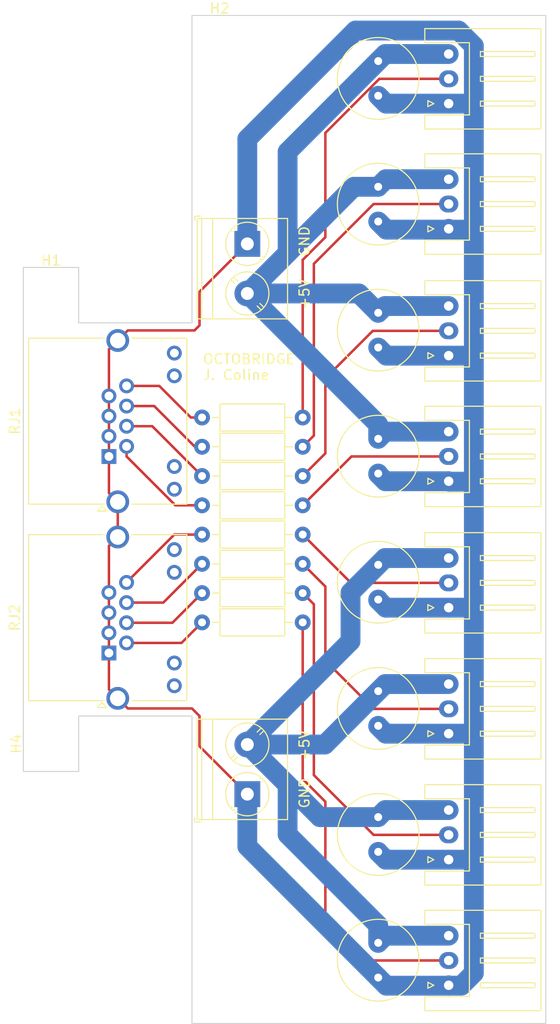
<source format=kicad_pcb>
(kicad_pcb (version 20221018) (generator pcbnew)
  (layers (0 "F.Cu" signal) (31 "B.Cu" signal) (34 "B.Paste" user) (35 "F.Paste" user) (36 "B.SilkS" user "B.Silkscreen") (37 "F.SilkS" user "F.Silkscreen") (38 "B.Mask" user) (39 "F.Mask" user) (44 "Edge.Cuts" user))
  (net 0 "")
  (net 1 "GND")
  (net 2 "Net-(STRIP1-Pin_2)")
  (net 3 "Net-(STRIP2-Pin_2)")
  (net 4 "Net-(STRIP3-Pin_2)")
  (net 5 "Net-(STRIP4-Pin_2)")
  (net 6 "Net-(STRIP5-Pin_2)")
  (net 7 "Net-(STRIP6-Pin_2)")
  (net 8 "Net-(STRIP7-Pin_2)")
  (net 9 "Net-(STRIP8-Pin_2)")
  (net 10 "Net-(R1-Pad2)")
  (net 11 "Net-(R2-Pad2)")
  (net 12 "Net-(R3-Pad2)")
  (net 13 "Net-(R4-Pad2)")
  (net 14 "Net-(R5-Pad2)")
  (net 15 "Net-(R6-Pad2)")
  (net 16 "Net-(R7-Pad2)")
  (net 17 "Net-(R8-Pad2)")
  (net 18 "Net-(Power1-Pin_2)")
  (net 19 "Net-(Power2-Pin_2)")
  (footprint "TerminalBlock_Phoenix:TerminalBlock_Phoenix_PT-1,5-2-5.0-H_1x02_P5.00mm_Horizontal" (layer "F.Cu") (at 77.216 124.206 -90)
    (fp_text reference "Power2" hide)
    (fp_text value "5V")
    (pad "1" thru_hole rect (at 5.08 0 270) (size 2.6 2.6) (drill 1.3) (layers "*.Cu" "*.Mask") (net 1 "GND"))
    (pad "2" thru_hole circle (at 0.08 0 270) (size 2.6 2.6) (drill 1.3) (layers "*.Cu" "*.Mask") (net 19 "Net-(Power2-Pin_2)"))
  )
  (footprint "Capacitor_THT:C_Radial_D8.0mm_H11.5mm_P3.50mm" (layer "F.Cu") (at 90.424 144.272 -90)
    (fp_text reference "C8" hide)
    (fp_text value "1000u")
    (pad "1" thru_hole circle (at 0 0 270) (size 1.6 1.6) (drill 0.8) (layers "*.Cu" "*.Mask") (net 19 "Net-(Power2-Pin_2)"))
    (pad "2" thru_hole circle (at 3.5 0 270) (size 1.6 1.6) (drill 0.8) (layers "*.Cu" "*.Mask") (net 1 "GND"))
  )
  (footprint "MountingHole:MountingHole_2.5mm" (layer "F.Cu") (at 74.422 53.594)
    (fp_text reference "H2" (at 0 -3.5) (layer "F.SilkS"))
    (fp_text value "MountingHole")
    (pad "" np_thru_hole circle (at 0 0) (size 2.5 2.5) (drill 2.5) (layers "*.Cu" "*.Mask"))
  )
  (footprint "MountingHole:MountingHole_2.5mm" (layer "F.Cu") (at 74.422 149.606 180)
    (fp_text reference "H3" hide)
    (fp_text value "MountingHole")
    (pad "" np_thru_hole circle (at 0 0 180) (size 2.5 2.5) (drill 2.5) (layers "*.Cu" "*.Mask"))
  )
  (footprint "Capacitor_THT:C_Radial_D8.0mm_H11.5mm_P3.50mm" (layer "F.Cu") (at 90.424 118.9 -90)
    (fp_text reference "C6" hide)
    (fp_text value "1000u")
    (pad "1" thru_hole circle (at 0 0 270) (size 1.6 1.6) (drill 0.8) (layers "*.Cu" "*.Mask") (net 19 "Net-(Power2-Pin_2)"))
    (pad "2" thru_hole circle (at 3.5 0 270) (size 1.6 1.6) (drill 0.8) (layers "*.Cu" "*.Mask") (net 1 "GND"))
  )
  (footprint "Resistor_THT:R_Axial_DIN0207_L6.3mm_D2.5mm_P10.16mm_Horizontal" (layer "F.Cu") (at 82.804 103.124 180)
    (fp_text reference "R5" hide)
    (fp_text value "100R" hide)
    (pad "1" thru_hole circle (at 0 0 180) (size 1.6 1.6) (drill 0.8) (layers "*.Cu" "*.Mask") (net 6 "Net-(STRIP5-Pin_2)"))
    (pad "2" thru_hole oval (at 10.16 0 180) (size 1.6 1.6) (drill 0.8) (layers "*.Cu" "*.Mask") (net 14 "Net-(R5-Pad2)"))
  )
  (footprint "Resistor_THT:R_Axial_DIN0207_L6.3mm_D2.5mm_P10.16mm_Horizontal" (layer "F.Cu") (at 82.804 106.074 180)
    (fp_text reference "R6" hide)
    (fp_text value "100R" hide)
    (pad "1" thru_hole circle (at 0 0 180) (size 1.6 1.6) (drill 0.8) (layers "*.Cu" "*.Mask") (net 7 "Net-(STRIP6-Pin_2)"))
    (pad "2" thru_hole oval (at 10.16 0 180) (size 1.6 1.6) (drill 0.8) (layers "*.Cu" "*.Mask") (net 15 "Net-(R6-Pad2)"))
  )
  (footprint "Connector_JST:JST_XH_S3B-XH-A_1x03_P2.50mm_Horizontal" (layer "F.Cu") (at 97.536 123.19 90)
    (fp_text reference "STRIP6" hide)
    (fp_text value "~")
    (pad "1" thru_hole roundrect (at 0 0 90) (size 1.7 1.95) (drill 0.95) (layers "*.Cu" "*.Mask") (roundrect_rratio 0.1470588235) (net 1 "GND"))
    (pad "2" thru_hole oval (at 2.5 0 90) (size 1.7 1.95) (drill 0.95) (layers "*.Cu" "*.Mask") (net 7 "Net-(STRIP6-Pin_2)"))
    (pad "3" thru_hole oval (at 5 0 90) (size 1.7 1.95) (drill 0.95) (layers "*.Cu" "*.Mask") (net 19 "Net-(Power2-Pin_2)"))
  )
  (footprint "Resistor_THT:R_Axial_DIN0207_L6.3mm_D2.5mm_P10.16mm_Horizontal" (layer "F.Cu") (at 82.804 94.274 180)
    (fp_text reference "R2" hide)
    (fp_text value "100R" hide)
    (pad "1" thru_hole circle (at 0 0 180) (size 1.6 1.6) (drill 0.8) (layers "*.Cu" "*.Mask") (net 3 "Net-(STRIP2-Pin_2)"))
    (pad "2" thru_hole oval (at 10.16 0 180) (size 1.6 1.6) (drill 0.8) (layers "*.Cu" "*.Mask") (net 11 "Net-(R2-Pad2)"))
  )
  (footprint "Resistor_THT:R_Axial_DIN0207_L6.3mm_D2.5mm_P10.16mm_Horizontal" (layer "F.Cu") (at 82.804 100.174 180)
    (fp_text reference "R4" hide)
    (fp_text value "100R" hide)
    (pad "1" thru_hole circle (at 0 0 180) (size 1.6 1.6) (drill 0.8) (layers "*.Cu" "*.Mask") (net 5 "Net-(STRIP4-Pin_2)"))
    (pad "2" thru_hole oval (at 10.16 0 180) (size 1.6 1.6) (drill 0.8) (layers "*.Cu" "*.Mask") (net 13 "Net-(R4-Pad2)"))
  )
  (footprint "Capacitor_THT:C_Radial_D8.0mm_H11.5mm_P3.50mm" (layer "F.Cu") (at 90.424 131.6 -90)
    (fp_text reference "C7" hide)
    (fp_text value "1000u")
    (pad "1" thru_hole circle (at 0 0 270) (size 1.6 1.6) (drill 0.8) (layers "*.Cu" "*.Mask") (net 19 "Net-(Power2-Pin_2)"))
    (pad "2" thru_hole circle (at 3.5 0 270) (size 1.6 1.6) (drill 0.8) (layers "*.Cu" "*.Mask") (net 1 "GND"))
  )
  (footprint "Capacitor_THT:C_Radial_D8.0mm_H11.5mm_P3.50mm" (layer "F.Cu") (at 90.424 68.072 -90)
    (fp_text reference "C2" hide)
    (fp_text value "1000u")
    (pad "1" thru_hole circle (at 0 0 270) (size 1.6 1.6) (drill 0.8) (layers "*.Cu" "*.Mask") (net 18 "Net-(Power1-Pin_2)"))
    (pad "2" thru_hole circle (at 3.5 0 270) (size 1.6 1.6) (drill 0.8) (layers "*.Cu" "*.Mask") (net 1 "GND"))
  )
  (footprint "Capacitor_THT:C_Radial_D8.0mm_H11.5mm_P3.50mm" (layer "F.Cu") (at 90.424 55.4 -90)
    (fp_text reference "C1" hide)
    (fp_text value "1000u")
    (pad "1" thru_hole circle (at 0 0 270) (size 1.6 1.6) (drill 0.8) (layers "*.Cu" "*.Mask") (net 18 "Net-(Power1-Pin_2)"))
    (pad "2" thru_hole circle (at 3.5 0 270) (size 1.6 1.6) (drill 0.8) (layers "*.Cu" "*.Mask") (net 1 "GND"))
  )
  (footprint "Connector_RJ:RJ45_Amphenol_RJHSE538X" (layer "F.Cu") (at 63.248 115.06 90)
    (fp_text reference "RJ2" (at 3.56 -9.5 90) (layer "F.SilkS"))
    (fp_text value "RJ45")
    (pad "" np_thru_hole circle (at -2.79 -2.54 90) (size 3.25 3.25) (drill 3.25) (layers "*.Cu" "*.Mask"))
    (pad "" np_thru_hole circle (at 9.91 -2.54 90) (size 3.25 3.25) (drill 3.25) (layers "*.Cu" "*.Mask"))
    (pad "1" thru_hole rect (at 0 0 90) (size 1.5 1.5) (drill 0.89) (layers "*.Cu" "*.Mask") (net 1 "GND"))
    (pad "2" thru_hole circle (at 1.016 1.78 90) (size 1.5 1.5) (drill 0.89) (layers "*.Cu" "*.Mask") (net 17 "Net-(R8-Pad2)"))
    (pad "3" thru_hole circle (at 2.032 0 90) (size 1.5 1.5) (drill 0.89) (layers "*.Cu" "*.Mask") (net 1 "GND"))
    (pad "4" thru_hole circle (at 3.048 1.78 90) (size 1.5 1.5) (drill 0.89) (layers "*.Cu" "*.Mask") (net 16 "Net-(R7-Pad2)"))
    (pad "5" thru_hole circle (at 4.064 0 90) (size 1.5 1.5) (drill 0.89) (layers "*.Cu" "*.Mask") (net 1 "GND"))
    (pad "6" thru_hole circle (at 5.08 1.78 90) (size 1.5 1.5) (drill 0.89) (layers "*.Cu" "*.Mask") (net 15 "Net-(R6-Pad2)"))
    (pad "7" thru_hole circle (at 6.096 0 90) (size 1.5 1.5) (drill 0.89) (layers "*.Cu" "*.Mask") (net 1 "GND"))
    (pad "8" thru_hole circle (at 7.112 1.78 90) (size 1.5 1.5) (drill 0.89) (layers "*.Cu" "*.Mask") (net 14 "Net-(R5-Pad2)"))
    (pad "9" thru_hole circle (at -3.3 6.6 90) (size 1.5 1.5) (drill 0.89) (layers "*.Cu" "*.Mask"))
    (pad "10" thru_hole circle (at -1.01 6.6 90) (size 1.5 1.5) (drill 0.89) (layers "*.Cu" "*.Mask"))
    (pad "11" thru_hole circle (at 8.13 6.6 90) (size 1.5 1.5) (drill 0.89) (layers "*.Cu" "*.Mask"))
    (pad "12" thru_hole circle (at 10.42 6.6 90) (size 1.5 1.5) (drill 0.89) (layers "*.Cu" "*.Mask"))
    (pad "SH" thru_hole circle (at -4.57 0.89 90) (size 2.3 2.3) (drill 1.57) (layers "*.Cu" "*.Mask") (net 1 "GND"))
    (pad "SH" thru_hole circle (at 11.69 0.89 90) (size 2.3 2.3) (drill 1.57) (layers "*.Cu" "*.Mask") (net 1 "GND"))
  )
  (footprint "MountingHole:MountingHole_2.5mm" (layer "F.Cu") (at 57.404 78.994)
    (fp_text reference "H1" (at 0 -3.5) (layer "F.SilkS"))
    (fp_text value "MountingHole")
    (pad "" np_thru_hole circle (at 0 0) (size 2.5 2.5) (drill 2.5) (layers "*.Cu" "*.Mask"))
  )
  (footprint "Connector_JST:JST_XH_S3B-XH-A_1x03_P2.50mm_Horizontal" (layer "F.Cu") (at 97.536 97.75 90)
    (fp_text reference "STRIP4" hide)
    (fp_text value "~")
    (pad "1" thru_hole roundrect (at 0 0 90) (size 1.7 1.95) (drill 0.95) (layers "*.Cu" "*.Mask") (roundrect_rratio 0.1470588235) (net 1 "GND"))
    (pad "2" thru_hole oval (at 2.5 0 90) (size 1.7 1.95) (drill 0.95) (layers "*.Cu" "*.Mask") (net 5 "Net-(STRIP4-Pin_2)"))
    (pad "3" thru_hole oval (at 5 0 90) (size 1.7 1.95) (drill 0.95) (layers "*.Cu" "*.Mask") (net 18 "Net-(Power1-Pin_2)"))
  )
  (footprint "Resistor_THT:R_Axial_DIN0207_L6.3mm_D2.5mm_P10.16mm_Horizontal" (layer "F.Cu") (at 82.804 91.324 180)
    (fp_text reference "R1" hide)
    (fp_text value "100R")
    (pad "1" thru_hole circle (at 0 0 180) (size 1.6 1.6) (drill 0.8) (layers "*.Cu" "*.Mask") (net 2 "Net-(STRIP1-Pin_2)"))
    (pad "2" thru_hole oval (at 10.16 0 180) (size 1.6 1.6) (drill 0.8) (layers "*.Cu" "*.Mask") (net 10 "Net-(R1-Pad2)"))
  )
  (footprint "Resistor_THT:R_Axial_DIN0207_L6.3mm_D2.5mm_P10.16mm_Horizontal" (layer "F.Cu") (at 82.804 109.024 180)
    (fp_text reference "R7" hide)
    (fp_text value "100R" hide)
    (pad "1" thru_hole circle (at 0 0 180) (size 1.6 1.6) (drill 0.8) (layers "*.Cu" "*.Mask") (net 8 "Net-(STRIP7-Pin_2)"))
    (pad "2" thru_hole oval (at 10.16 0 180) (size 1.6 1.6) (drill 0.8) (layers "*.Cu" "*.Mask") (net 16 "Net-(R7-Pad2)"))
  )
  (footprint "Connector_JST:JST_XH_S3B-XH-A_1x03_P2.50mm_Horizontal" (layer "F.Cu") (at 97.536 110.49 90)
    (fp_text reference "STRIP5" hide)
    (fp_text value "~")
    (pad "1" thru_hole roundrect (at 0 0 90) (size 1.7 1.95) (drill 0.95) (layers "*.Cu" "*.Mask") (roundrect_rratio 0.1470588235) (net 1 "GND"))
    (pad "2" thru_hole oval (at 2.5 0 90) (size 1.7 1.95) (drill 0.95) (layers "*.Cu" "*.Mask") (net 6 "Net-(STRIP5-Pin_2)"))
    (pad "3" thru_hole oval (at 5 0 90) (size 1.7 1.95) (drill 0.95) (layers "*.Cu" "*.Mask") (net 19 "Net-(Power2-Pin_2)"))
  )
  (footprint "Connector_JST:JST_XH_S3B-XH-A_1x03_P2.50mm_Horizontal" (layer "F.Cu") (at 97.536 72.31 90)
    (fp_text reference "STRIP2" hide)
    (fp_text value "~")
    (pad "1" thru_hole roundrect (at 0 0 90) (size 1.7 1.95) (drill 0.95) (layers "*.Cu" "*.Mask") (roundrect_rratio 0.1470588235) (net 1 "GND"))
    (pad "2" thru_hole oval (at 2.5 0 90) (size 1.7 1.95) (drill 0.95) (layers "*.Cu" "*.Mask") (net 3 "Net-(STRIP2-Pin_2)"))
    (pad "3" thru_hole oval (at 5 0 90) (size 1.7 1.95) (drill 0.95) (layers "*.Cu" "*.Mask") (net 18 "Net-(Power1-Pin_2)"))
  )
  (footprint "TerminalBlock_Phoenix:TerminalBlock_Phoenix_PT-1,5-2-5.0-H_1x02_P5.00mm_Horizontal" (layer "F.Cu") (at 77.216 70.358 -90)
    (fp_text reference "Power1" hide)
    (fp_text value "5V")
    (pad "1" thru_hole rect (at 3.466 0 270) (size 2.6 2.6) (drill 1.3) (layers "*.Cu" "*.Mask") (net 1 "GND"))
    (pad "2" thru_hole circle (at 8.466 0 270) (size 2.6 2.6) (drill 1.3) (layers "*.Cu" "*.Mask") (net 18 "Net-(Power1-Pin_2)"))
  )
  (footprint "Resistor_THT:R_Axial_DIN0207_L6.3mm_D2.5mm_P10.16mm_Horizontal" (layer "F.Cu") (at 82.804 111.974 180)
    (fp_text reference "R8" hide)
    (fp_text value "100R" hide)
    (pad "1" thru_hole circle (at 0 0 180) (size 1.6 1.6) (drill 0.8) (layers "*.Cu" "*.Mask") (net 9 "Net-(STRIP8-Pin_2)"))
    (pad "2" thru_hole oval (at 10.16 0 180) (size 1.6 1.6) (drill 0.8) (layers "*.Cu" "*.Mask") (net 17 "Net-(R8-Pad2)"))
  )
  (footprint "Capacitor_THT:C_Radial_D8.0mm_H11.5mm_P3.50mm" (layer "F.Cu") (at 90.424 80.772 -90)
    (fp_text reference "C3" hide)
    (fp_text value "1000u")
    (pad "1" thru_hole circle (at 0 0 270) (size 1.6 1.6) (drill 0.8) (layers "*.Cu" "*.Mask") (net 18 "Net-(Power1-Pin_2)"))
    (pad "2" thru_hole circle (at 3.5 0 270) (size 1.6 1.6) (drill 0.8) (layers "*.Cu" "*.Mask") (net 1 "GND"))
  )
  (footprint "Capacitor_THT:C_Radial_D8.0mm_H11.5mm_P3.50mm" (layer "F.Cu") (at 90.424 93.472 -90)
    (fp_text reference "C4" hide)
    (fp_text value "1000u")
    (pad "1" thru_hole circle (at 0 0 270) (size 1.6 1.6) (drill 0.8) (layers "*.Cu" "*.Mask") (net 18 "Net-(Power1-Pin_2)"))
    (pad "2" thru_hole circle (at 3.5 0 270) (size 1.6 1.6) (drill 0.8) (layers "*.Cu" "*.Mask") (net 1 "GND"))
  )
  (footprint "Connector_JST:JST_XH_S3B-XH-A_1x03_P2.50mm_Horizontal" (layer "F.Cu") (at 97.536 85.09 90)
    (fp_text reference "STRIP3" hide)
    (fp_text value "~")
    (pad "1" thru_hole roundrect (at 0 0 90) (size 1.7 1.95) (drill 0.95) (layers "*.Cu" "*.Mask") (roundrect_rratio 0.1470588235) (net 1 "GND"))
    (pad "2" thru_hole oval (at 2.5 0 90) (size 1.7 1.95) (drill 0.95) (layers "*.Cu" "*.Mask") (net 4 "Net-(STRIP3-Pin_2)"))
    (pad "3" thru_hole oval (at 5 0 90) (size 1.7 1.95) (drill 0.95) (layers "*.Cu" "*.Mask") (net 18 "Net-(Power1-Pin_2)"))
  )
  (footprint "Resistor_THT:R_Axial_DIN0207_L6.3mm_D2.5mm_P10.16mm_Horizontal" (layer "F.Cu") (at 82.804 97.224 180)
    (fp_text reference "R3" hide)
    (fp_text value "100R" hide)
    (pad "1" thru_hole circle (at 0 0 180) (size 1.6 1.6) (drill 0.8) (layers "*.Cu" "*.Mask") (net 4 "Net-(STRIP3-Pin_2)"))
    (pad "2" thru_hole oval (at 10.16 0 180) (size 1.6 1.6) (drill 0.8) (layers "*.Cu" "*.Mask") (net 12 "Net-(R3-Pad2)"))
  )
  (footprint "Connector_RJ:RJ45_Amphenol_RJHSE538X" (layer "F.Cu") (at 63.25 95.252 90)
    (fp_text reference "RJ1" (at 3.56 -9.5 90) (layer "F.SilkS"))
    (fp_text value "RJ45")
    (pad "" np_thru_hole circle (at -2.79 -2.54 90) (size 3.25 3.25) (drill 3.25) (layers "*.Cu" "*.Mask"))
    (pad "" np_thru_hole circle (at 9.91 -2.54 90) (size 3.25 3.25) (drill 3.25) (layers "*.Cu" "*.Mask"))
    (pad "1" thru_hole rect (at 0 0 90) (size 1.5 1.5) (drill 0.89) (layers "*.Cu" "*.Mask") (net 1 "GND"))
    (pad "2" thru_hole circle (at 1.016 1.78 90) (size 1.5 1.5) (drill 0.89) (layers "*.Cu" "*.Mask") (net 13 "Net-(R4-Pad2)"))
    (pad "3" thru_hole circle (at 2.032 0 90) (size 1.5 1.5) (drill 0.89) (layers "*.Cu" "*.Mask") (net 1 "GND"))
    (pad "4" thru_hole circle (at 3.048 1.78 90) (size 1.5 1.5) (drill 0.89) (layers "*.Cu" "*.Mask") (net 12 "Net-(R3-Pad2)"))
    (pad "5" thru_hole circle (at 4.064 0 90) (size 1.5 1.5) (drill 0.89) (layers "*.Cu" "*.Mask") (net 1 "GND"))
    (pad "6" thru_hole circle (at 5.08 1.78 90) (size 1.5 1.5) (drill 0.89) (layers "*.Cu" "*.Mask") (net 11 "Net-(R2-Pad2)"))
    (pad "7" thru_hole circle (at 6.096 0 90) (size 1.5 1.5) (drill 0.89) (layers "*.Cu" "*.Mask") (net 1 "GND"))
    (pad "8" thru_hole circle (at 7.112 1.78 90) (size 1.5 1.5) (drill 0.89) (layers "*.Cu" "*.Mask") (net 10 "Net-(R1-Pad2)"))
    (pad "9" thru_hole circle (at -3.3 6.6 90) (size 1.5 1.5) (drill 0.89) (layers "*.Cu" "*.Mask"))
    (pad "10" thru_hole circle (at -1.01 6.6 90) (size 1.5 1.5) (drill 0.89) (layers "*.Cu" "*.Mask"))
    (pad "11" thru_hole circle (at 8.13 6.6 90) (size 1.5 1.5) (drill 0.89) (layers "*.Cu" "*.Mask"))
    (pad "12" thru_hole circle (at 10.42 6.6 90) (size 1.5 1.5) (drill 0.89) (layers "*.Cu" "*.Mask"))
    (pad "SH" thru_hole circle (at -4.57 0.89 90) (size 2.3 2.3) (drill 1.57) (layers "*.Cu" "*.Mask") (net 1 "GND"))
    (pad "SH" thru_hole circle (at 11.69 0.89 90) (size 2.3 2.3) (drill 1.57) (layers "*.Cu" "*.Mask") (net 1 "GND"))
  )
  (footprint "MountingHole:MountingHole_2.5mm" (layer "F.Cu") (at 57.404 124.206 90)
    (fp_text reference "H4" (at 0 -3.5 90) (layer "F.SilkS"))
    (fp_text value "MountingHole")
    (pad "" np_thru_hole circle (at 0 0 90) (size 2.5 2.5) (drill 2.5) (layers "*.Cu" "*.Mask"))
  )
  (footprint "Capacitor_THT:C_Radial_D8.0mm_H11.5mm_P3.50mm" (layer "F.Cu") (at 90.424 106.172 -90)
    (fp_text reference "C5" hide)
    (fp_text value "1000u")
    (pad "1" thru_hole circle (at 0 0 270) (size 1.6 1.6) (drill 0.8) (layers "*.Cu" "*.Mask") (net 19 "Net-(Power2-Pin_2)"))
    (pad "2" thru_hole circle (at 3.5 0 270) (size 1.6 1.6) (drill 0.8) (layers "*.Cu" "*.Mask") (net 1 "GND"))
  )
  (footprint "Connector_JST:JST_XH_S3B-XH-A_1x03_P2.50mm_Horizontal" (layer "F.Cu") (at 97.536 148.55 90)
    (fp_text reference "STRIP8" hide)
    (fp_text value "~")
    (pad "1" thru_hole roundrect (at 0 0 90) (size 1.7 1.95) (drill 0.95) (layers "*.Cu" "*.Mask") (roundrect_rratio 0.1470588235) (net 1 "GND"))
    (pad "2" thru_hole oval (at 2.5 0 90) (size 1.7 1.95) (drill 0.95) (layers "*.Cu" "*.Mask") (net 9 "Net-(STRIP8-Pin_2)"))
    (pad "3" thru_hole oval (at 5 0 90) (size 1.7 1.95) (drill 0.95) (layers "*.Cu" "*.Mask") (net 19 "Net-(Power2-Pin_2)"))
  )
  (footprint "Connector_JST:JST_XH_S3B-XH-A_1x03_P2.50mm_Horizontal" (layer "F.Cu") (at 97.536 135.89 90)
    (fp_text reference "STRIP7" hide)
    (fp_text value "~")
    (pad "1" thru_hole roundrect (at 0 0 90) (size 1.7 1.95) (drill 0.95) (layers "*.Cu" "*.Mask") (roundrect_rratio 0.1470588235) (net 1 "GND"))
    (pad "2" thru_hole oval (at 2.5 0 90) (size 1.7 1.95) (drill 0.95) (layers "*.Cu" "*.Mask") (net 8 "Net-(STRIP7-Pin_2)"))
    (pad "3" thru_hole oval (at 5 0 90) (size 1.7 1.95) (drill 0.95) (layers "*.Cu" "*.Mask") (net 19 "Net-(Power2-Pin_2)"))
  )
  (footprint "Connector_JST:JST_XH_S3B-XH-A_1x03_P2.50mm_Horizontal" (layer "F.Cu") (at 97.536 59.69 90)
    (fp_text reference "STRIP1" hide)
    (fp_text value "~")
    (pad "1" thru_hole roundrect (at 0 0 90) (size 1.7 1.95) (drill 0.95) (layers "*.Cu" "*.Mask") (roundrect_rratio 0.1470588235) (net 1 "GND"))
    (pad "2" thru_hole oval (at 2.5 0 90) (size 1.7 1.95) (drill 0.95) (layers "*.Cu" "*.Mask") (net 2 "Net-(STRIP1-Pin_2)"))
    (pad "3" thru_hole oval (at 5 0 90) (size 1.7 1.95) (drill 0.95) (layers "*.Cu" "*.Mask") (net 18 "Net-(Power1-Pin_2)"))
  )
  (gr_line (start 107.336 50.8) (end 71.628 50.8) (stroke (width 0.1)) (layer "Edge.Cuts"))
  (gr_line (start 71.628 81.788) (end 60.198 81.788) (stroke (width 0.1)) (layer "Edge.Cuts"))
  (gr_line (start 60.198 127) (end 60.198 121.412) (stroke (width 0.1)) (layer "Edge.Cuts"))
  (gr_line (start 60.198 81.788) (end 60.198 76.2) (stroke (width 0.1)) (layer "Edge.Cuts"))
  (gr_line (start 107.336 152.4) (end 107.336 50.8) (stroke (width 0.1)) (layer "Edge.Cuts"))
  (gr_line (start 60.198 76.2) (end 54.61 76.2) (stroke (width 0.1)) (layer "Edge.Cuts"))
  (gr_line (start 54.61 127) (end 60.198 127) (stroke (width 0.1)) (layer "Edge.Cuts"))
  (gr_line (start 71.628 121.412) (end 71.628 152.4) (stroke (width 0.1)) (layer "Edge.Cuts"))
  (gr_line (start 54.61 76.2) (end 54.61 127) (stroke (width 0.1)) (layer "Edge.Cuts"))
  (gr_line (start 71.628 50.8) (end 71.628 81.788) (stroke (width 0.1)) (layer "Edge.Cuts"))
  (gr_line (start 71.628 152.4) (end 107.336 152.4) (stroke (width 0.1)) (layer "Edge.Cuts"))
  (gr_line (start 60.198 121.412) (end 71.628 121.412) (stroke (width 0.1)) (layer "Edge.Cuts"))
  (gr_text "GND" (at 83.566 130.81 90) (layer "F.SilkS") (effects (font (size 1 1)) (justify left bottom)))
  (gr_text "OCTOBRIDGE\nJ. Coline" (at 72.644 87.63) (layer "F.SilkS") (effects (font (size 1 1)) (justify left bottom)))
  (gr_text "GND" (at 83.566 75.184 90) (layer "F.SilkS") (effects (font (size 1 1)) (justify left bottom)))
  (gr_text "+5V" (at 83.566 80.518 90) (layer "F.SilkS") (effects (font (size 1 1)) (justify left bottom)))
  (gr_text "+5V" (at 83.566 125.984 90) (layer "F.SilkS") (effects (font (size 1 1)) (justify left bottom)))
  (segment (start 63.248 108.964) (end 63.248 110.996) (width 0.25) (layer "F.Cu") (net 1))
  (segment (start 63.25 93.22) (end 63.25 95.252) (width 0.25) (layer "F.Cu") (net 1))
  (segment (start 64.14 83.562) (end 65.152 82.55) (width 0.25) (layer "F.Cu") (net 1))
  (segment (start 64.14 103.368) (end 64.138 103.37) (width 0.25) (layer "F.Cu") (net 1))
  (segment (start 63.248 118.74) (end 64.138 119.63) (width 0.25) (layer "F.Cu") (net 1))
  (segment (start 64.14 83.562) (end 63.25 84.452) (width 0.25) (layer "F.Cu") (net 1))
  (segment (start 63.25 84.452) (end 63.25 89.156) (width 0.25) (layer "F.Cu") (net 1))
  (segment (start 72.39 78.65) (end 77.216 73.824) (width 0.25) (layer "F.Cu") (net 1))
  (segment (start 96.746 135.1) (end 97.536 135.89) (width 0.25) (layer "F.Cu") (net 1))
  (segment (start 72.39 82.042) (end 72.39 78.65) (width 0.25) (layer "F.Cu") (net 1))
  (segment (start 63.25 89.156) (end 63.25 91.188) (width 0.25) (layer "F.Cu") (net 1))
  (segment (start 96.758 147.772) (end 97.536 148.55) (width 0.25) (layer "F.Cu") (net 1))
  (segment (start 96.718 109.672) (end 97.536 110.49) (width 0.25) (layer "F.Cu") (net 1))
  (segment (start 63.25 91.188) (end 63.25 93.22) (width 0.25) (layer "F.Cu") (net 1))
  (segment (start 63.248 104.26) (end 63.248 108.964) (width 0.25) (layer "F.Cu") (net 1))
  (segment (start 96.746 58.9) (end 97.536 59.69) (width 0.25) (layer "F.Cu") (net 1))
  (segment (start 64.138 119.63) (end 65.158 120.65) (width 0.25) (layer "F.Cu") (net 1))
  (segment (start 65.158 120.65) (end 71.628 120.65) (width 0.25) (layer "F.Cu") (net 1))
  (segment (start 63.25 98.932) (end 64.14 99.822) (width 0.25) (layer "F.Cu") (net 1))
  (segment (start 63.25 95.252) (end 63.25 98.932) (width 0.25) (layer "F.Cu") (net 1))
  (segment (start 77.208 73.954) (end 77.208 74.938) (width 0.25) (layer "F.Cu") (net 1))
  (segment (start 64.138 103.37) (end 63.248 104.26) (width 0.25) (layer "F.Cu") (net 1))
  (segment (start 63.248 113.028) (end 63.248 115.06) (width 0.25) (layer "F.Cu") (net 1))
  (segment (start 71.628 120.65) (end 72.39 121.412) (width 0.25) (layer "F.Cu") (net 1))
  (segment (start 97.536 85.09) (end 96.718 84.272) (width 0.25) (layer "F.Cu") (net 1))
  (segment (start 96.746 122.4) (end 97.536 123.19) (width 0.25) (layer "F.Cu") (net 1))
  (segment (start 65.152 82.55) (end 71.882 82.55) (width 0.25) (layer "F.Cu") (net 1))
  (segment (start 71.882 82.55) (end 72.39 82.042) (width 0.25) (layer "F.Cu") (net 1))
  (segment (start 63.248 110.996) (end 63.248 113.028) (width 0.25) (layer "F.Cu") (net 1))
  (segment (start 64.14 99.822) (end 64.14 103.368) (width 0.25) (layer "F.Cu") (net 1))
  (segment (start 72.39 121.412) (end 72.39 124.46) (width 0.25) (layer "F.Cu") (net 1))
  (segment (start 72.39 124.46) (end 77.216 129.286) (width 0.25) (layer "F.Cu") (net 1))
  (segment (start 97.536 72.31) (end 96.798 71.572) (width 0.25) (layer "F.Cu") (net 1))
  (segment (start 63.248 115.06) (end 63.248 118.74) (width 0.25) (layer "F.Cu") (net 1))
  (segment (start 96.758 96.972) (end 97.536 97.75) (width 0.25) (layer "F.Cu") (net 1))
  (segment (start 91.146 97.75) (end 90.424 97.028) (width 2) (layer "B.Cu") (net 1))
  (segment (start 91.186 135.89) (end 90.424 135.128) (width 2) (layer "B.Cu") (net 1))
  (segment (start 88.138 52.324) (end 77.216 63.246) (width 2) (layer "B.Cu") (net 1))
  (segment (start 77.216 63.246) (end 77.216 73.824) (width 2) (layer "B.Cu") (net 1))
  (segment (start 97.496 148.59) (end 91.242 148.59) (width 2) (layer "B.Cu") (net 1))
  (segment (start 100.076 123.19) (end 97.536 123.19) (width 2) (layer "B.Cu") (net 1))
  (segment (start 91.242 72.39) (end 90.424 71.572) (width 2) (layer "B.Cu") (net 1))
  (segment (start 91.242 148.59) (end 90.424 147.772) (width 2) (layer "B.Cu") (net 1))
  (segment (start 91.214 59.69) (end 90.424 58.9) (width 2) (layer "B.Cu") (net 1))
  (segment (start 100.076 62.484) (end 100.076 59.69) (width 2) (layer "B.Cu") (net 1))
  (segment (start 100.076 72.39) (end 97.616 72.39) (width 2) (layer "B.Cu") (net 1))
  (segment (start 98.53527 52.324) (end 88.138 52.324) (width 2) (layer "B.Cu") (net 1))
  (segment (start 100.076 53.86473) (end 98.53527 52.324) (width 2) (layer "B.Cu") (net 1))
  (segment (start 97.456 72.39) (end 91.242 72.39) (width 2) (layer "B.Cu") (net 1))
  (segment (start 100.076 97.79) (end 100.076 110.49) (width 2) (layer "B.Cu") (net 1))
  (segment (start 77.216 129.286) (end 77.216 134.564) (width 2) (layer "B.Cu") (net 1))
  (segment (start 100.076 85.09) (end 100.076 97.79) (width 2) (layer "B.Cu") (net 1))
  (segment (start 100.076 147.32) (end 100.076 135.89) (width 2) (layer "B.Cu") (net 1))
  (segment (start 97.536 97.75) (end 91.146 97.75) (width 2) (layer "B.Cu") (net 1))
  (segment (start 100.076 72.39) (end 100.076 85.09) (width 2) (layer "B.Cu") (net 1))
  (segment (start 97.536 72.31) (end 97.456 72.39) (width 2) (layer "B.Cu") (net 1))
  (segment (start 97.576 97.79) (end 97.536 97.75) (width 2) (layer "B.Cu") (net 1))
  (segment (start 98.806 148.59) (end 100.076 147.32) (width 2) (layer "B.Cu") (net 1))
  (segment (start 91.186 123.19) (end 90.424 122.428) (width 2) (layer "B.Cu") (net 1))
  (segment (start 97.536 59.69) (end 91.214 59.69) (width 2) (layer "B.Cu") (net 1))
  (segment (start 97.616 72.39) (end 97.536 72.31) (width 2) (layer "B.Cu") (net 1))
  (segment (start 90.424 122.428) (end 90.424 122.4) (width 2) (layer "B.Cu") (net 1))
  (segment (start 97.536 148.55) (end 97.576 148.59) (width 2) (layer "B.Cu") (net 1))
  (segment (start 97.536 123.19) (end 91.186 123.19) (width 2) (layer "B.Cu") (net 1))
  (segment (start 100.076 123.19) (end 100.076 135.89) (width 2) (layer "B.Cu") (net 1))
  (segment (start 77.216 134.564) (end 90.424 147.772) (width 2) (layer "B.Cu") (net 1))
  (segment (start 91.186 110.49) (end 90.424 109.728) (width 2) (layer "B.Cu") (net 1))
  (segment (start 97.576 148.59) (end 98.806 148.59) (width 2) (layer "B.Cu") (net 1))
  (segment (start 100.076 59.69) (end 100.076 53.86473) (width 2) (layer "B.Cu") (net 1))
  (segment (start 100.076 85.09) (end 97.536 85.09) (width 2) (layer "B.Cu") (net 1))
  (segment (start 90.424 109.728) (end 90.424 109.672) (width 2) (layer "B.Cu") (net 1))
  (segment (start 97.536 110.49) (end 91.186 110.49) (width 2) (layer "B.Cu") (net 1))
  (segment (start 100.076 59.69) (end 97.536 59.69) (width 2) (layer "B.Cu") (net 1))
  (segment (start 100.076 110.49) (end 100.076 123.19) (width 2) (layer "B.Cu") (net 1))
  (segment (start 100.076 97.79) (end 97.576 97.79) (width 2) (layer "B.Cu") (net 1))
  (segment (start 100.076 135.89) (end 97.536 135.89) (width 2) (layer "B.Cu") (net 1))
  (segment (start 100.076 110.49) (end 97.536 110.49) (width 2) (layer "B.Cu") (net 1))
  (segment (start 90.424 97.028) (end 90.424 96.972) (width 2) (layer "B.Cu") (net 1))
  (segment (start 90.424 135.128) (end 90.424 135.1) (width 2) (layer "B.Cu") (net 1))
  (segment (start 91.242 85.09) (end 90.424 84.272) (width 2) (layer "B.Cu") (net 1))
  (segment (start 97.536 85.09) (end 91.242 85.09) (width 2) (layer "B.Cu") (net 1))
  (segment (start 100.076 62.484) (end 100.076 72.39) (width 2) (layer "B.Cu") (net 1))
  (segment (start 97.536 135.89) (end 91.186 135.89) (width 2) (layer "B.Cu") (net 1))
  (segment (start 90.543009 57.19) (end 97.536 57.19) (width 0.25) (layer "F.Cu") (net 2))
  (segment (start 82.804 91.324) (end 82.804 75.438) (width 0.25) (layer "F.Cu") (net 2))
  (segment (start 97.322 57.404) (end 97.536 57.19) (width 0.25) (layer "F.Cu") (net 2))
  (segment (start 85.09 73.152) (end 85.09 62.643009) (width 0.25) (layer "F.Cu") (net 2))
  (segment (start 82.804 75.438) (end 85.09 73.152) (width 0.25) (layer "F.Cu") (net 2))
  (segment (start 85.09 62.643009) (end 90.543009 57.19) (width 0.25) (layer "F.Cu") (net 2))
  (segment (start 83.929 75.837) (end 83.929 93.149) (width 0.25) (layer "F.Cu") (net 3))
  (segment (start 89.956 69.81) (end 83.929 75.837) (width 0.25) (layer "F.Cu") (net 3))
  (segment (start 97.496 69.85) (end 97.536 69.81) (width 0.25) (layer "F.Cu") (net 3))
  (segment (start 83.929 93.149) (end 82.804 94.274) (width 0.25) (layer "F.Cu") (net 3))
  (segment (start 97.536 69.81) (end 89.956 69.81) (width 0.25) (layer "F.Cu") (net 3))
  (segment (start 85.09 94.938) (end 82.804 97.224) (width 0.25) (layer "F.Cu") (net 4))
  (segment (start 85.09 87.376) (end 85.09 94.938) (width 0.25) (layer "F.Cu") (net 4))
  (segment (start 89.876 82.59) (end 85.09 87.376) (width 0.25) (layer "F.Cu") (net 4))
  (segment (start 97.536 82.59) (end 89.876 82.59) (width 0.25) (layer "F.Cu") (net 4))
  (segment (start 97.536 95.25) (end 87.728 95.25) (width 0.25) (layer "F.Cu") (net 5))
  (segment (start 87.728 95.25) (end 82.804 100.174) (width 0.25) (layer "F.Cu") (net 5))
  (segment (start 97.536 107.99) (end 87.67 107.99) (width 0.25) (layer "F.Cu") (net 6))
  (segment (start 87.67 107.99) (end 82.804 103.124) (width 0.25) (layer "F.Cu") (net 6))
  (segment (start 85.09 108.36) (end 82.804 106.074) (width 0.25) (layer "F.Cu") (net 7))
  (segment (start 97.536 120.69) (end 89.956 120.69) (width 0.25) (layer "F.Cu") (net 7))
  (segment (start 89.956 120.69) (end 85.09 115.824) (width 0.25) (layer "F.Cu") (net 7))
  (segment (start 85.09 115.824) (end 85.09 108.36) (width 0.25) (layer "F.Cu") (net 7))
  (segment (start 89.956 133.39) (end 83.929 127.363) (width 0.25) (layer "F.Cu") (net 8))
  (segment (start 83.929 127.363) (end 83.929 110.149) (width 0.25) (layer "F.Cu") (net 8))
  (segment (start 97.536 133.39) (end 89.956 133.39) (width 0.25) (layer "F.Cu") (net 8))
  (segment (start 83.929 110.149) (end 82.804 109.024) (width 0.25) (layer "F.Cu") (net 8))
  (segment (start 82.804 127.762) (end 82.804 111.974) (width 0.25) (layer "F.Cu") (net 9))
  (segment (start 89.916 146.05) (end 85.09 141.224) (width 0.25) (layer "F.Cu") (net 9))
  (segment (start 85.09 141.224) (end 85.09 130.048) (width 0.25) (layer "F.Cu") (net 9))
  (segment (start 97.536 146.05) (end 89.916 146.05) (width 0.25) (layer "F.Cu") (net 9))
  (segment (start 85.09 130.048) (end 82.804 127.762) (width 0.25) (layer "F.Cu") (net 9))
  (segment (start 72.644 91.324) (end 71.512 91.324) (width 0.25) (layer "F.Cu") (net 10))
  (segment (start 65.532 88.138) (end 65.032 88.138) (width 0.25) (layer "F.Cu") (net 10))
  (segment (start 65.032 88.138) (end 65.03 88.14) (width 0.25) (layer "F.Cu") (net 10))
  (segment (start 71.512 91.324) (end 68.328 88.14) (width 0.25) (layer "F.Cu") (net 10))
  (segment (start 68.328 88.14) (end 65.03 88.14) (width 0.25) (layer "F.Cu") (net 10))
  (segment (start 65.03 90.172) (end 67.82 90.172) (width 0.25) (layer "F.Cu") (net 11))
  (segment (start 67.82 90.172) (end 71.922 94.274) (width 0.25) (layer "F.Cu") (net 11))
  (segment (start 71.922 94.274) (end 72.644 94.274) (width 0.25) (layer "F.Cu") (net 11))
  (segment (start 72.644 97.224) (end 67.624 92.204) (width 0.25) (layer "F.Cu") (net 12))
  (segment (start 67.624 92.204) (end 65.03 92.204) (width 0.25) (layer "F.Cu") (net 12))
  (segment (start 72.644 97.224) (end 72.33228 97.224) (width 0.25) (layer "F.Cu") (net 12))
  (segment (start 69.95172 100.174) (end 65.03 95.25228) (width 0.25) (layer "F.Cu") (net 13))
  (segment (start 72.644 100.174) (end 69.95172 100.174) (width 0.25) (layer "F.Cu") (net 13))
  (segment (start 65.03 95.25228) (end 65.03 94.236) (width 0.25) (layer "F.Cu") (net 13))
  (segment (start 65.028 107.93972) (end 65.028 107.948) (width 0.25) (layer "F.Cu") (net 14))
  (segment (start 72.644 103.124) (end 69.84372 103.124) (width 0.25) (layer "F.Cu") (net 14))
  (segment (start 69.84372 103.124) (end 65.028 107.93972) (width 0.25) (layer "F.Cu") (net 14))
  (segment (start 68.738 109.98) (end 72.644 106.074) (width 0.25) (layer "F.Cu") (net 15))
  (segment (start 65.028 109.98) (end 68.738 109.98) (width 0.25) (layer "F.Cu") (net 15))
  (segment (start 65.028 112.012) (end 69.656 112.012) (width 0.25) (layer "F.Cu") (net 16))
  (segment (start 69.656 112.012) (end 72.644 109.024) (width 0.25) (layer "F.Cu") (net 16))
  (segment (start 70.574 114.044) (end 72.644 111.974) (width 0.25) (layer "F.Cu") (net 17))
  (segment (start 65.028 114.044) (end 70.574 114.044) (width 0.25) (layer "F.Cu") (net 17))
  (segment (start 90.424 68.072) (end 87.968 68.072) (width 2) (layer "B.Cu") (net 18))
  (segment (start 77.216 78.824) (end 88.476 78.824) (width 2) (layer "B.Cu") (net 18))
  (segment (start 77.176 78.954) (end 76.962 78.74) (width 0.25) (layer "B.Cu") (net 18))
  (segment (start 90.424 92.032) (end 90.424 93.472) (width 2) (layer "B.Cu") (net 18))
  (segment (start 77.208 78.954) (end 77.176 78.954) (width 0.25) (layer "B.Cu") (net 18))
  (segment (start 81.28 74.76) (end 81.28 64.544) (width 2) (layer "B.Cu") (net 18))
  (segment (start 77.216 78.824) (end 81.28 74.76) (width 2) (layer "B.Cu") (net 18))
  (segment (start 77.216 78.824) (end 90.424 92.032) (width 2) (layer "B.Cu") (net 18))
  (segment (start 97.536 80.09) (end 91.106 80.09) (width 2) (layer "B.Cu") (net 18))
  (segment (start 91.134 54.69) (end 90.424 55.4) (width 2) (layer "B.Cu") (net 18))
  (segment (start 91.146 92.75) (end 90.424 93.472) (width 2) (layer "B.Cu") (net 18))
  (segment (start 97.536 54.69) (end 91.134 54.69) (width 2) (layer "B.Cu") (net 18))
  (segment (start 87.968 68.072) (end 77.216 78.824) (width 2) (layer "B.Cu") (net 18))
  (segment (start 97.536 92.75) (end 91.146 92.75) (width 2) (layer "B.Cu") (net 18))
  (segment (start 91.106 80.09) (end 90.424 80.772) (width 2) (layer "B.Cu") (net 18))
  (segment (start 91.186 67.31) (end 90.424 68.072) (width 2) (layer "B.Cu") (net 18))
  (segment (start 88.476 78.824) (end 90.424 80.772) (width 2) (layer "B.Cu") (net 18))
  (segment (start 97.536 67.31) (end 91.186 67.31) (width 2) (layer "B.Cu") (net 18))
  (segment (start 81.28 64.544) (end 90.424 55.4) (width 2) (layer "B.Cu") (net 18))
  (segment (start 96.814 144.272) (end 97.536 143.55) (width 0.25) (layer "F.Cu") (net 19))
  (segment (start 96.826 118.9) (end 97.536 118.19) (width 0.25) (layer "F.Cu") (net 19))
  (segment (start 96.826 131.6) (end 97.536 130.89) (width 0.25) (layer "F.Cu") (net 19))
  (segment (start 77.216 124.286) (end 84.53 131.6) (width 2) (layer "B.Cu") (net 19))
  (segment (start 91.146 143.55) (end 90.424 144.272) (width 2) (layer "B.Cu") (net 19))
  (segment (start 91.106 105.49) (end 90.424 106.172) (width 2) (layer "B.Cu") (net 19))
  (segment (start 97.536 143.55) (end 91.146 143.55) (width 2) (layer "B.Cu") (net 19))
  (segment (start 77.216 124.286) (end 81.28 128.35) (width 2) (layer "B.Cu") (net 19))
  (segment (start 90.424 106.172) (end 87.63 108.966) (width 2) (layer "B.Cu") (net 19))
  (segment (start 81.28 133.35) (end 90.424 142.494) (width 2) (layer "B.Cu") (net 19))
  (segment (start 77.216 124.286) (end 85.038 124.286) (width 2) (layer "B.Cu") (net 19))
  (segment (start 91.134 130.89) (end 90.424 131.6) (width 2) (layer "B.Cu") (net 19))
  (segment (start 81.28 128.35) (end 81.28 133.35) (width 2) (layer "B.Cu") (net 19))
  (segment (start 97.536 118.19) (end 91.134 118.19) (width 2) (layer "B.Cu") (net 19))
  (segment (start 91.134 118.19) (end 90.424 118.9) (width 2) (layer "B.Cu") (net 19))
  (segment (start 87.63 113.872) (end 77.216 124.286) (width 2) (layer "B.Cu") (net 19))
  (segment (start 85.038 124.286) (end 90.424 118.9) (width 2) (layer "B.Cu") (net 19))
  (segment (start 90.424 142.494) (end 90.424 144.272) (width 2) (layer "B.Cu") (net 19))
  (segment (start 97.536 105.49) (end 91.106 105.49) (width 2) (layer "B.Cu") (net 19))
  (segment (start 84.53 131.6) (end 90.424 131.6) (width 2) (layer "B.Cu") (net 19))
  (segment (start 90.396 118.872) (end 90.424 118.9) (width 0.25) (layer "B.Cu") (net 19))
  (segment (start 87.63 108.966) (end 87.63 113.872) (width 2) (layer "B.Cu") (net 19))
  (segment (start 97.536 130.89) (end 91.134 130.89) (width 2) (layer "B.Cu") (net 19))
)
</source>
